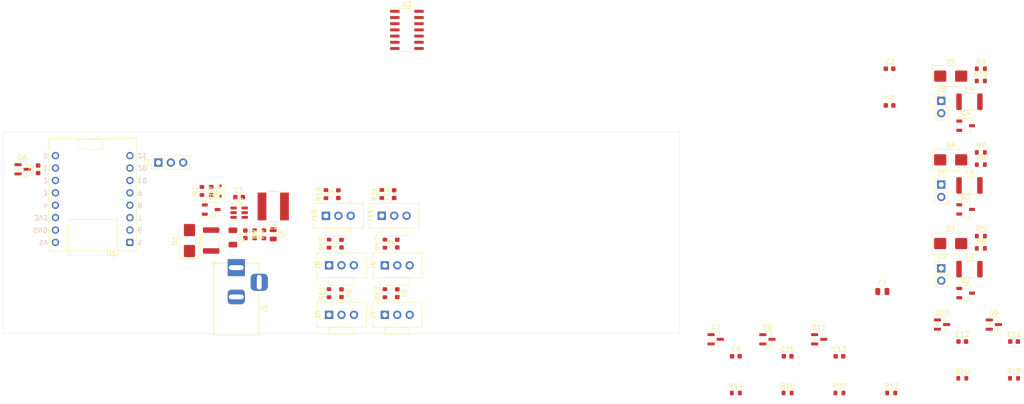
<source format=kicad_pcb>
(kicad_pcb (version 20241229) (generator "pcbnew") (generator_version "9.0")
  (layers (0 "F.Cu" signal) (2 "B.Cu" signal) (13 "F.Paste" user) (15 "B.Paste" user) (5 "F.SilkS" user "F.Silkscreen") (7 "B.SilkS" user "B.Silkscreen") (1 "F.Mask" user) (3 "B.Mask" user) (25 "Edge.Cuts" user))
  (net 0 "")
  (net 1 "GND")
  (net 2 "+3.3V")
  (net 3 "Net-(D2-K)")
  (net 4 "Net-(U2-BST)")
  (net 5 "Net-(U2-SW)")
  (net 6 "/PIR1")
  (net 7 "/PIR2")
  (net 8 "/PIR3")
  (net 9 "/PIR4")
  (net 10 "/PIR5")
  (net 11 "/PIR6")
  (net 12 "Net-(D1-A2)")
  (net 13 "Net-(D2-A)")
  (net 14 "Net-(D3-A2)")
  (net 15 "Net-(D4-A2)")
  (net 16 "Net-(D5-A2)")
  (net 17 "+24V")
  (net 18 "Net-(J3-Pin_1)")
  (net 19 "Net-(J4-Pin_1)")
  (net 20 "Net-(J5-Pin_1)")
  (net 21 "Net-(J6-Pin_2)")
  (net 22 "Net-(J7-Pin_2)")
  (net 23 "Net-(J8-Pin_2)")
  (net 24 "Net-(J9-Pin_2)")
  (net 25 "Net-(J10-Pin_2)")
  (net 26 "Net-(J11-Pin_2)")
  (net 28 "/RXD")
  (net 29 "/TXD")
  (net 30 "Net-(J6-Pin_1)")
  (net 31 "Net-(J7-Pin_1)")
  (net 32 "Net-(J8-Pin_1)")
  (net 33 "Net-(J9-Pin_1)")
  (net 34 "Net-(J10-Pin_1)")
  (net 35 "Net-(J11-Pin_1)")
  (net 36 "Net-(Q1-G)")
  (net 37 "Net-(Q2-G)")
  (net 38 "Net-(Q3-G)")
  (net 39 "Net-(Q4-G)")
  (net 40 "Net-(U2-FB)")
  (net 41 "Net-(R5-Pad1)")
  (net 42 "Net-(R7-Pad1)")
  (net 43 "Net-(R9-Pad1)")
  (net 44 "/LED3")
  (net 45 "/LEDEN")
  (net 48 "/LED2")
  (net 49 "/LED1")
  (footprint "Capacitor_SMD:C_0603_1608Metric" (layer "F.Cu") (at 191.684 111.99)
    (property "Reference" "C10" (at 0 -1.43 0) (layer "F.SilkS"))
    (property "Value" "47nF")
    (pad "1" smd roundrect (at -0.775 0) (size 0.9 0.95) (layers "F.Cu" "F.Mask" "F.Paste") (net 8 "/PIR3"))
    (pad "2" smd roundrect (at 0.775 0) (size 0.9 0.95) (layers "F.Cu" "F.Mask" "F.Paste") (net 1 "GND"))
  )
  (footprint "Resistor_SMD:R_0603_1608Metric" (layer "F.Cu") (at 84.455 86.995 90)
    (property "Reference" "R3" (at 0 -1.43 90) (layer "F.SilkS"))
    (property "Value" "100kΩ")
    (pad "1" smd roundrect (at -0.825 0 90) (size 0.8 0.95) (layers "F.Cu" "F.Mask" "F.Paste") (net 2 "+3.3V"))
    (pad "2" smd roundrect (at 0.825 0 90) (size 0.8 0.95) (layers "F.Cu" "F.Mask" "F.Paste") (net 40 "Net-(U2-FB)"))
  )
  (footprint "Capacitor_SMD:C_0603_1608Metric" (layer "F.Cu") (at 38.219 73.66 90)
    (property "Reference" "C8" (at 0 -1.43 90) (layer "F.SilkS"))
    (property "Value" "47nF")
    (pad "1" smd roundrect (at -0.775 0 90) (size 0.9 0.95) (layers "F.Cu" "F.Mask" "F.Paste") (net 6 "/PIR1"))
    (pad "2" smd roundrect (at 0.775 0 90) (size 0.9 0.95) (layers "F.Cu" "F.Mask" "F.Paste") (net 1 "GND"))
  )
  (footprint "Package_TO_SOT_SMD:SOT-23" (layer "F.Cu") (at 176.944 108.51)
    (property "Reference" "D7" (at 0 -2.4 0) (layer "F.SilkS"))
    (property "Value" "BAT54SLT1G")
    (pad "1" smd roundrect (at -0.9375 -0.95) (size 1.475 0.6) (layers "F.Cu" "F.Mask" "F.Paste") (net 1 "GND"))
    (pad "2" smd roundrect (at -0.9375 0.95) (size 1.475 0.6) (layers "F.Cu" "F.Mask" "F.Paste") (net 2 "+3.3V"))
    (pad "3" smd roundrect (at 0.9375 0) (size 1.475 0.6) (layers "F.Cu" "F.Mask" "F.Paste") (net 7 "/PIR2"))
  )
  (footprint "Package_TO_SOT_SMD:SOT-23-6" (layer "F.Cu") (at 79.375 82.55)
    (property "Reference" "U2" (at 0 -2.4 0) (layer "F.SilkS"))
    (property "Value" "LMR51606YFDBVR")
    (pad "1" smd roundrect (at -1.1375 -0.95) (size 1.325 0.6) (layers "F.Cu" "F.Mask" "F.Paste") (net 4 "Net-(U2-BST)"))
    (pad "2" smd roundrect (at -1.1375 0) (size 1.325 0.6) (layers "F.Cu" "F.Mask" "F.Paste") (net 1 "GND"))
    (pad "3" smd roundrect (at -1.1375 0.95) (size 1.325 0.6) (layers "F.Cu" "F.Mask" "F.Paste") (net 40 "Net-(U2-FB)"))
    (pad "4" smd roundrect (at 1.1375 0.95) (size 1.325 0.6) (layers "F.Cu" "F.Mask" "F.Paste") (net 3 "Net-(D2-K)"))
    (pad "5" smd roundrect (at 1.1375 0) (size 1.325 0.6) (layers "F.Cu" "F.Mask" "F.Paste") (net 3 "Net-(D2-K)"))
    (pad "6" smd roundrect (at 1.1375 -0.95) (size 1.325 0.6) (layers "F.Cu" "F.Mask" "F.Paste") (net 5 "Net-(U2-SW)"))
  )
  (footprint "Fuse:Fuse_0603_1608Metric" (layer "F.Cu") (at 100.33 99.06 -90)
    (property "Reference" "F5" (at 0 -1.43 90) (layer "F.SilkS"))
    (property "Value" "0603L010YR")
    (pad "1" smd roundrect (at -0.7875 0 270) (size 0.875 0.95) (layers "F.Cu" "F.Mask" "F.Paste") (net 2 "+3.3V"))
    (pad "2" smd roundrect (at 0.7875 0 270) (size 0.875 0.95) (layers "F.Cu" "F.Mask" "F.Paste") (net 21 "Net-(J6-Pin_2)"))
  )
  (footprint "Capacitor_SMD:C_0603_1608Metric" (layer "F.Cu") (at 80.645 86.995 -90)
    (property "Reference" "C3" (at 0 -1.43 90) (layer "F.SilkS"))
    (property "Value" "100nF")
    (pad "1" smd roundrect (at -0.775 0 270) (size 0.9 0.95) (layers "F.Cu" "F.Mask" "F.Paste") (net 3 "Net-(D2-K)"))
    (pad "2" smd roundrect (at 0.775 0 270) (size 0.9 0.95) (layers "F.Cu" "F.Mask" "F.Paste") (net 1 "GND"))
  )
  (footprint "Capacitor_SMD:C_0603_1608Metric" (layer "F.Cu") (at 238.034 108.97)
    (property "Reference" "C11" (at 0 -1.43 0) (layer "F.SilkS"))
    (property "Value" "47nF")
    (pad "1" smd roundrect (at -0.775 0) (size 0.9 0.95) (layers "F.Cu" "F.Mask" "F.Paste") (net 9 "/PIR4"))
    (pad "2" smd roundrect (at 0.775 0) (size 0.9 0.95) (layers "F.Cu" "F.Mask" "F.Paste") (net 1 "GND"))
  )
  (footprint "Diode_SMD:D_SMB" (layer "F.Cu") (at 225.059 54.56)
    (property "Reference" "D5" (at 0 -3 0) (layer "F.SilkS"))
    (property "Value" "SMBJ26CA")
    (pad "1" smd roundrect (at -2.15 0) (size 2.5 2.3) (layers "F.Cu" "F.Mask" "F.Paste") (roundrect_rratio 0.1086956522) (net 1 "GND"))
    (pad "2" smd roundrect (at 2.15 0) (size 2.5 2.3) (layers "F.Cu" "F.Mask" "F.Paste") (roundrect_rratio 0.1086956522) (net 16 "Net-(D5-A2)"))
  )
  (footprint "Package_TO_SOT_SMD:SOT-23" (layer "F.Cu") (at 35.044 73.66)
    (property "Reference" "D6" (at 0 -2.4 0) (layer "F.SilkS"))
    (property "Value" "BAT54SLT1G")
    (pad "1" smd roundrect (at -0.9375 -0.95) (size 1.475 0.6) (layers "F.Cu" "F.Mask" "F.Paste") (net 1 "GND"))
    (pad "2" smd roundrect (at -0.9375 0.95) (size 1.475 0.6) (layers "F.Cu" "F.Mask" "F.Paste") (net 2 "+3.3V"))
    (pad "3" smd roundrect (at 0.9375 0) (size 1.475 0.6) (layers "F.Cu" "F.Mask" "F.Paste") (net 6 "/PIR1"))
  )
  (footprint "Package_SO:SOIC-14_3.9x8.7mm_P1.27mm" (layer "F.Cu") (at 113.73 45.085)
    (property "Reference" "U3" (at 0 -5.28 0) (layer "F.SilkS"))
    (property "Value" "SN74LVC08ADR")
    (pad "1" smd roundrect (at -2.475 -3.81) (size 1.95 0.6) (layers "F.Cu" "F.Mask" "F.Paste") (net 45 "/LEDEN"))
    (pad "2" smd roundrect (at -2.475 -2.54) (size 1.95 0.6) (layers "F.Cu" "F.Mask" "F.Paste") (net 49 "/LED1"))
    (pad "3" smd roundrect (at -2.475 -1.27) (size 1.95 0.6) (layers "F.Cu" "F.Mask" "F.Paste") (net 41 "Net-(R5-Pad1)"))
    (pad "4" smd roundrect (at -2.475 0) (size 1.95 0.6) (layers "F.Cu" "F.Mask" "F.Paste") (net 45 "/LEDEN"))
    (pad "5" smd roundrect (at -2.475 1.27) (size 1.95 0.6) (layers "F.Cu" "F.Mask" "F.Paste") (net 48 "/LED2"))
    (pad "6" smd roundrect (at -2.475 2.54) (size 1.95 0.6) (layers "F.Cu" "F.Mask" "F.Paste") (net 42 "Net-(R7-Pad1)"))
    (pad "7" smd roundrect (at -2.475 3.81) (size 1.95 0.6) (layers "F.Cu" "F.Mask" "F.Paste") (net 1 "GND"))
    (pad "8" smd roundrect (at 2.475 3.81) (size 1.95 0.6) (layers "F.Cu" "F.Mask" "F.Paste") (net 43 "Net-(R9-Pad1)"))
    (pad "9" smd roundrect (at 2.475 2.54) (size 1.95 0.6) (layers "F.Cu" "F.Mask" "F.Paste") (net 45 "/LEDEN"))
    (pad "10" smd roundrect (at 2.475 1.27) (size 1.95 0.6) (layers "F.Cu" "F.Mask" "F.Paste") (net 44 "/LED3"))
    (pad "11" smd roundrect (at 2.475 0) (size 1.95 0.6) (layers "F.Cu" "F.Mask" "F.Paste"))
    (pad "12" smd roundrect (at 2.475 -1.27) (size 1.95 0.6) (layers "F.Cu" "F.Mask" "F.Paste") (net 1 "GND"))
    (pad "13" smd roundrect (at 2.475 -2.54) (size 1.95 0.6) (layers "F.Cu" "F.Mask" "F.Paste") (net 1 "GND"))
    (pad "14" smd roundrect (at 2.475 -3.81) (size 1.95 0.6) (layers "F.Cu" "F.Mask" "F.Paste") (net 2 "+3.3V"))
  )
  (footprint "Package_TO_SOT_SMD:TSOT-23" (layer "F.Cu") (at 73.66 81.915)
    (property "Reference" "Q1" (at 0 -2.6 0) (layer "F.SilkS"))
    (property "Value" "AO3401A")
    (pad "1" smd roundrect (at -1.31 -0.95) (size 1.22 0.65) (layers "F.Cu" "F.Mask" "F.Paste") (net 36 "Net-(Q1-G)"))
    (pad "2" smd roundrect (at -1.31 0.95) (size 1.22 0.65) (layers "F.Cu" "F.Mask" "F.Paste") (net 3 "Net-(D2-K)"))
    (pad "3" smd roundrect (at 1.31 0) (size 1.22 0.65) (layers "F.Cu" "F.Mask" "F.Paste") (net 12 "Net-(D1-A2)"))
  )
  (footprint "Package_TO_SOT_SMD:TSOT-23" (layer "F.Cu") (at 228.124 81.885)
    (property "Reference" "Q3" (at 0 -2.6 0) (layer "F.SilkS"))
    (property "Value" "AO3400A")
    (pad "1" smd roundrect (at -1.31 -0.95) (size 1.22 0.65) (layers "F.Cu" "F.Mask" "F.Paste") (net 38 "Net-(Q3-G)"))
    (pad "2" smd roundrect (at -1.31 0.95) (size 1.22 0.65) (layers "F.Cu" "F.Mask" "F.Paste") (net 1 "GND"))
    (pad "3" smd roundrect (at 1.31 0) (size 1.22 0.65) (layers "F.Cu" "F.Mask" "F.Paste") (net 15 "Net-(D4-A2)"))
  )
  (footprint "Resistor_SMD:R_0603_1608Metric" (layer "F.Cu") (at 238.034 116.5)
    (property "Reference" "R18" (at 0 -1.43 0) (layer "F.SilkS"))
    (property "Value" "47kΩ")
    (pad "1" smd roundrect (at -0.825 0) (size 0.8 0.95) (layers "F.Cu" "F.Mask" "F.Paste") (net 33 "Net-(J9-Pin_1)"))
    (pad "2" smd roundrect (at 0.825 0) (size 0.8 0.95) (layers "F.Cu" "F.Mask" "F.Paste") (net 9 "/PIR4"))
  )
  (footprint "Package_TO_SOT_SMD:SOT-23" (layer "F.Cu") (at 198.144 108.51)
    (property "Reference" "D11" (at 0 -2.4 0) (layer "F.SilkS"))
    (property "Value" "BAT54SLT1G")
    (pad "1" smd roundrect (at -0.9375 -0.95) (size 1.475 0.6) (layers "F.Cu" "F.Mask" "F.Paste") (net 1 "GND"))
    (pad "2" smd roundrect (at -0.9375 0.95) (size 1.475 0.6) (layers "F.Cu" "F.Mask" "F.Paste") (net 2 "+3.3V"))
    (pad "3" smd roundrect (at 0.9375 0) (size 1.475 0.6) (layers "F.Cu" "F.Mask" "F.Paste") (net 11 "/PIR6"))
  )
  (footprint "Fuse:Fuse_0603_1608Metric" (layer "F.Cu") (at 99.695 78.7525 90)
    (property "Reference" "F9" (at 0 -1.43 90) (layer "F.SilkS"))
    (property "Value" "0603L010YR")
    (pad "1" smd roundrect (at -0.7875 0 90) (size 0.875 0.95) (layers "F.Cu" "F.Mask" "F.Paste") (net 2 "+3.3V"))
    (pad "2" smd roundrect (at 0.7875 0 90) (size 0.875 0.95) (layers "F.Cu" "F.Mask" "F.Paste") (net 25 "Net-(J10-Pin_2)"))
  )
  (footprint "Resistor_SMD:R_0603_1608Metric" (layer "F.Cu") (at 231.234 70.2)
    (property "Reference" "R7" (at 0 -1.43 0) (layer "F.SilkS"))
    (property "Value" "100Ω")
    (pad "1" smd roundrect (at -0.825 0) (size 0.8 0.95) (layers "F.Cu" "F.Mask" "F.Paste") (net 42 "Net-(R7-Pad1)"))
    (pad "2" smd roundrect (at 0.825 0) (size 0.8 0.95) (layers "F.Cu" "F.Mask" "F.Paste") (net 38 "Net-(Q3-G)"))
  )
  (footprint "Resistor_SMD:R_0603_1608Metric" (layer "F.Cu") (at 97.79 99.06 90)
    (property "Reference" "R11" (at 0 -1.43 90) (layer "F.SilkS"))
    (property "Value" "100kΩ")
    (pad "1" smd roundrect (at -0.825 0 90) (size 0.8 0.95) (layers "F.Cu" "F.Mask" "F.Paste") (net 30 "Net-(J6-Pin_1)"))
    (pad "2" smd roundrect (at 0.825 0 90) (size 0.8 0.95) (layers "F.Cu" "F.Mask" "F.Paste") (net 1 "GND"))
  )
  (footprint "Resistor_SMD:R_0603_1608Metric" (layer "F.Cu") (at 231.234 87.36)
    (property "Reference" "R5" (at 0 -1.43 0) (layer "F.SilkS"))
    (property "Value" "100Ω")
    (pad "1" smd roundrect (at -0.825 0) (size 0.8 0.95) (layers "F.Cu" "F.Mask" "F.Paste") (net 41 "Net-(R5-Pad1)"))
    (pad "2" smd roundrect (at 0.825 0) (size 0.8 0.95) (layers "F.Cu" "F.Mask" "F.Paste") (net 37 "Net-(Q2-G)"))
  )
  (footprint "Capacitor_SMD:C_0805_2012Metric" (layer "F.Cu") (at 86.36 86.995 -90)
    (property "Reference" "C6" (at 0 -1.68 90) (layer "F.SilkS"))
    (property "Value" "22uF")
    (pad "1" smd roundrect (at -0.95 0 270) (size 1 1.45) (layers "F.Cu" "F.Mask" "F.Paste") (net 2 "+3.3V"))
    (pad "2" smd roundrect (at 0.95 0 270) (size 1 1.45) (layers "F.Cu" "F.Mask" "F.Paste") (net 1 "GND"))
  )
  (footprint "!Connectors:molex_705430002" (layer "F.Cu") (at 109.22 103.4925 90)
    (property "Reference" "J7" (at 0 -2.38 90) (layer "F.SilkS"))
    (property "Value" "0705430002")
    (pad "1" thru_hole rect (at 0 0 90) (size 1.7 1.7) (drill 1) (layers "*.Cu" "*.Mask") (net 31 "Net-(J7-Pin_1)"))
    (pad "2" thru_hole circle (at 0 2.54 90) (size 1.7 1.7) (drill 1) (layers "*.Cu" "*.Mask") (net 22 "Net-(J7-Pin_2)"))
    (pad "3" thru_hole circle (at 0 5.08 90) (size 1.7 1.7) (drill 1) (layers "*.Cu" "*.Mask") (net 1 "GND"))
  )
  (footprint "Resistor_SMD:R_0603_1608Metric" (layer "F.Cu") (at 82.55 86.995 -90)
    (property "Reference" "R4" (at 0 -1.43 90) (layer "F.SilkS"))
    (property "Value" "33kΩ")
    (pad "1" smd roundrect (at -0.825 0 270) (size 0.8 0.95) (layers "F.Cu" "F.Mask" "F.Paste") (net 40 "Net-(U2-FB)"))
    (pad "2" smd roundrect (at 0.825 0 270) (size 0.8 0.95) (layers "F.Cu" "F.Mask" "F.Paste") (net 1 "GND"))
  )
  (footprint "Capacitor_SMD:C_1206_3216Metric" (layer "F.Cu") (at 78.105 87.63 -90)
    (property "Reference" "C4" (at 0 -1.85 90) (layer "F.SilkS"))
    (property "Value" "4.7uF")
    (pad "1" smd roundrect (at -1.475 0 270) (size 1.15 1.8) (layers "F.Cu" "F.Mask" "F.Paste") (roundrect_rratio 0.217391) (net 3 "Net-(D2-K)"))
    (pad "2" smd roundrect (at 1.475 0 270) (size 1.15 1.8) (layers "F.Cu" "F.Mask" "F.Paste") (roundrect_rratio 0.217391) (net 1 "GND"))
  )
  (footprint "Package_TO_SOT_SMD:SOT-23" (layer "F.Cu") (at 223.294 105.49)
    (property "Reference" "D10" (at 0 -2.4 0) (layer "F.SilkS"))
    (property "Value" "BAT54SLT1G")
    (pad "1" smd roundrect (at -0.9375 -0.95) (size 1.475 0.6) (layers "F.Cu" "F.Mask" "F.Paste") (net 1 "GND"))
    (pad "2" smd roundrect (at -0.9375 0.95) (size 1.475 0.6) (layers "F.Cu" "F.Mask" "F.Paste") (net 2 "+3.3V"))
    (pad "3" smd roundrect (at 0.9375 0) (size 1.475 0.6) (layers "F.Cu" "F.Mask" "F.Paste") (net 10 "/PIR5"))
  )
  (footprint "Capacitor_SMD:C_0805_2012Metric" (layer "F.Cu") (at 211.074 98.71)
    (property "Reference" "C1" (at 0 -1.68 0) (layer "F.SilkS"))
    (property "Value" "10uF")
    (pad "1" smd roundrect (at -0.95 0) (size 1 1.45) (layers "F.Cu" "F.Mask" "F.Paste") (net 2 "+3.3V"))
    (pad "2" smd roundrect (at 0.95 0) (size 1 1.45) (layers "F.Cu" "F.Mask" "F.Paste") (net 1 "GND"))
  )
  (footprint "Resistor_SMD:R_0603_1608Metric" (layer "F.Cu") (at 73.66 78.105 -90)
    (property "Reference" "R2" (at 0 -1.43 90) (layer "F.SilkS"))
    (property "Value" "10kΩ")
    (pad "1" smd roundrect (at -0.825 0 270) (size 0.8 0.95) (layers "F.Cu" "F.Mask" "F.Paste") (net 13 "Net-(D2-A)"))
    (pad "2" smd roundrect (at 0.825 0 270) (size 0.8 0.95) (layers "F.Cu" "F.Mask" "F.Paste") (net 1 "GND"))
  )
  (footprint "Fuse:Fuse_0603_1608Metric" (layer "F.Cu") (at 111.76 88.9 90)
    (property "Reference" "F8" (at 0 -1.43 90) (layer "F.SilkS"))
    (property "Value" "0603L010YR")
    (pad "1" smd roundrect (at -0.7875 0 90) (size 0.875 0.95) (layers "F.Cu" "F.Mask" "F.Paste") (net 2 "+3.3V"))
    (pad "2" smd roundrect (at 0.7875 0 90) (size 0.875 0.95) (layers "F.Cu" "F.Mask" "F.Paste") (net 24 "Net-(J9-Pin_2)"))
  )
  (footprint "!Connectors:molex_705430002" (layer "F.Cu") (at 97.79 93.3325 90)
    (property "Reference" "J8" (at 0 -2.38 90) (layer "F.SilkS"))
    (property "Value" "0705430002")
    (pad "1" thru_hole rect (at 0 0 90) (size 1.7 1.7) (drill 1) (layers "*.Cu" "*.Mask") (net 32 "Net-(J8-Pin_1)"))
    (pad "2" thru_hole circle (at 0 2.54 90) (size 1.7 1.7) (drill 1) (layers "*.Cu" "*.Mask") (net 23 "Net-(J8-Pin_2)"))
    (pad "3" thru_hole circle (at 0 5.08 90) (size 1.7 1.7) (drill 1) (layers "*.Cu" "*.Mask") (net 1 "GND"))
  )
  (footprint "Resistor_SMD:R_0603_1608Metric" (layer "F.Cu") (at 227.434 116.5)
    (property "Reference" "R20" (at 0 -1.43 0) (layer "F.SilkS"))
    (property "Value" "47kΩ")
    (pad "1" smd roundrect (at -0.825 0) (size 0.8 0.95) (layers "F.Cu" "F.Mask" "F.Paste") (net 34 "Net-(J10-Pin_1)"))
    (pad "2" smd roundrect (at 0.825 0) (size 0.8 0.95) (layers "F.Cu" "F.Mask" "F.Paste") (net 10 "/PIR5"))
  )
  (footprint "Resistor_SMD:R_0603_1608Metric" (layer "F.Cu") (at 231.234 55.55)
    (property "Reference" "R10" (at 0 -1.43 0) (layer "F.SilkS"))
    (property "Value" "47kΩ")
    (pad "1" smd roundrect (at -0.825 0) (size 0.8 0.95) (layers "F.Cu" "F.Mask" "F.Paste") (net 39 "Net-(Q4-G)"))
    (pad "2" smd roundrect (at 0.825 0) (size 0.8 0.95) (layers "F.Cu" "F.Mask" "F.Paste") (net 1 "GND"))
  )
  (footprint "Fuse:Fuse_0603_1608Metric" (layer "F.Cu") (at 100.33 88.9 90)
    (property "Reference" "F7" (at 0 -1.43 90) (layer "F.SilkS"))
    (property "Value" "0603L010YR")
    (pad "1" smd roundrect (at -0.7875 0 90) (size 0.875 0.95) (layers "F.Cu" "F.Mask" "F.Paste") (net 2 "+3.3V"))
    (pad "2" smd roundrect (at 0.7875 0 90) (size 0.875 0.95) (layers "F.Cu" "F.Mask" "F.Paste") (net 23 "Net-(J8-Pin_2)"))
  )
  (footprint "Capacitor_SMD:C_0603_1608Metric" (layer "F.Cu") (at 212.544 53.04)
    (property "Reference" "C2" (at 0 -1.43 0) (layer "F.SilkS"))
    (property "Value" "100nF")
    (pad "1" smd roundrect (at -0.775 0) (size 0.9 0.95) (layers "F.Cu" "F.Mask" "F.Paste") (net 2 "+3.3V"))
    (pad "2" smd roundrect (at 0.775 0) (size 0.9 0.95) (layers "F.Cu" "F.Mask" "F.Paste") (net 1 "GND"))
  )
  (footprint "!Connectors:molex_705430002" (layer "F.Cu") (at 97.155 83.1975 90)
    (property "Reference" "J10" (at 0 -2.38 90) (layer "F.SilkS"))
    (property "Value" "0705430002")
    (pad "1" thru_hole rect (at 0 0 90) (size 1.7 1.7) (drill 1) (layers "*.Cu" "*.Mask") (net 34 "Net-(J10-Pin_1)"))
    (pad "2" thru_hole circle (at 0 2.54 90) (size 1.7 1.7) (drill 1) (layers "*.Cu" "*.Mask") (net 25 "Net-(J10-Pin_2)"))
    (pad "3" thru_hole circle (at 0 5.08 90) (size 1.7 1.7) (drill 1) (layers "*.Cu" "*.Mask") (net 1 "GND"))
  )
  (footprint "Resistor_SMD:R_0603_1608Metric" (layer "F.Cu") (at 231.234 89.87)
    (property "Reference" "R6" (at 0 -1.43 0) (layer "F.SilkS"))
    (property "Value" "47kΩ")
    (pad "1" smd roundrect (at -0.825 0) (size 0.8 0.95) (layers "F.Cu" "F.Mask" "F.Paste") (net 37 "Net-(Q2-G)"))
    (pad "2" smd roundrect (at 0.825 0) (size 0.8 0.95) (layers "F.Cu" "F.Mask" "F.Paste") (net 1 "GND"))
  )
  (footprint "Package_TO_SOT_SMD:TSOT-23" (layer "F.Cu") (at 228.124 99.045)
    (property "Reference" "Q2" (at 0 -2.6 0) (layer "F.SilkS"))
    (property "Value" "AO3400A")
    (pad "1" smd roundrect (at -1.31 -0.95) (size 1.22 0.65) (layers "F.Cu" "F.Mask" "F.Paste") (net 37 "Net-(Q2-G)"))
    (pad "2" smd roundrect (at -1.31 0.95) (size 1.22 0.65) (layers "F.Cu" "F.Mask" "F.Paste") (net 1 "GND"))
    (pad "3" smd roundrect (at 1.31 0) (size 1.22 0.65) (layers "F.Cu" "F.Mask" "F.Paste") (net 14 "Net-(D3-A2)"))
  )
  (footprint "Resistor_SMD:R_0603_1608Metric" (layer "F.Cu") (at 202.284 119.52)
    (property "Reference" "R22" (at 0 -1.43 0) (layer "F.SilkS"))
    (property "Value" "47kΩ")
    (pad "1" smd roundrect (at -0.825 0) (size 0.8 0.95) (layers "F.Cu" "F.Mask" "F.Paste") (net 35 "Net-(J11-Pin_1)"))
    (pad "2" smd roundrect (at 0.825 0) (size 0.8 0.95) (layers "F.Cu" "F.Mask" "F.Paste") (net 11 "/PIR6"))
  )
  (footprint "Package_TO_SOT_SMD:SOT-23" (layer "F.Cu") (at 187.544 108.51)
    (property "Reference" "D8" (at 0 -2.4 0) (layer "F.SilkS"))
    (property "Value" "BAT54SLT1G")
    (pad "1" smd roundrect (at -0.9375 -0.95) (size 1.475 0.6) (layers "F.Cu" "F.Mask" "F.Paste") (net 1 "GND"))
    (pad "2" smd roundrect (at -0.9375 0.95) (size 1.475 0.6) (layers "F.Cu" "F.Mask" "F.Paste") (net 2 "+3.3V"))
    (pad "3" smd roundrect (at 0.9375 0) (size 1.475 0.6) (layers "F.Cu" "F.Mask" "F.Paste") (net 8 "/PIR3"))
  )
  (footprint "Resistor_SMD:R_0603_1608Metric" (layer "F.Cu") (at 71.755 78.105 90)
    (property "Reference" "R1" (at 0 -1.43 90) (layer "F.SilkS"))
    (property "Value" "100Ω")
    (pad "1" smd roundrect (at -0.825 0 90) (size 0.8 0.95) (layers "F.Cu" "F.Mask" "F.Paste") (net 36 "Net-(Q1-G)"))
    (pad "2" smd roundrect (at 0.825 0 90) (size 0.8 0.95) (layers "F.Cu" "F.Mask" "F.Paste") (net 13 "Net-(D2-A)"))
  )
  (footprint "Resistor_SMD:R_0603_1608Metric" (layer "F.Cu") (at 212.884 119.52)
    (property "Reference" "R12" (at 0 -1.43 0) (layer "F.SilkS"))
    (property "Value" "47kΩ")
    (pad "1" smd roundrect (at -0.825 0) (size 0.8 0.95) (layers "F.Cu" "F.Mask" "F.Paste") (net 30 "Net-(J6-Pin_1)"))
    (pad "2" smd roundrect (at 0.825 0) (size 0.8 0.95) (layers "F.Cu" "F.Mask" "F.Paste") (net 6 "/PIR1"))
  )
  (footprint "Capacitor_SMD:C_0603_1608Metric" (layer "F.Cu") (at 227.434 108.97)
    (property "Reference" "C12" (at 0 -1.43 0) (layer "F.SilkS"))
    (property "Value" "47nF")
    (pad "1" smd roundrect (at -0.775 0) (size 0.9 0.95) (layers "F.Cu" "F.Mask" "F.Paste") (net 10 "/PIR5"))
    (pad "2" smd roundrect (at 0.775 0) (size 0.9 0.95) (layers "F.Cu" "F.Mask" "F.Paste") (net 1 "GND"))
  )
  (footprint "Capacitor_SMD:C_0603_1608Metric" (layer "F.Cu") (at 79.375 79.375)
    (property "Reference" "C5" (at 0 -1.43 0) (layer "F.SilkS"))
    (property "Value" "100nF")
    (pad "1" smd roundrect (at -0.775 0) (size 0.9 0.95) (layers "F.Cu" "F.Mask" "F.Paste") (net 4 "Net-(U2-BST)"))
    (pad "2" smd roundrect (at 0.775 0) (size 0.9 0.95) (layers "F.Cu" "F.Mask" "F.Paste") (net 5 "Net-(U2-SW)"))
  )
  (footprint "Fuse:Fuse_0603_1608Metric" (layer "F.Cu") (at 111.76 99.06 -90)
    (property "Reference" "F6" (at 0 -1.43 90) (layer "F.SilkS"))
    (property "Value" "0603L010YR")
    (pad "1" smd roundrect (at -0.7875 0 270) (size 0.875 0.95) (layers "F.Cu" "F.Mask" "F.Paste") (net 2 "+3.3V"))
    (pad "2" smd roundrect (at 0.7875 0 270) (size 0.875 0.95) (layers "F.Cu" "F.Mask" "F.Paste") (net 22 "Net-(J7-Pin_2)"))
  )
  (footprint "Diode_SMD:D_SMB" (layer "F.Cu") (at 225.059 88.88)
    (property "Reference" "D3" (at 0 -3 0) (layer "F.SilkS"))
    (property "Value" "SMBJ26CA")
    (pad "1" smd roundrect (at -2.15 0) (size 2.5 2.3) (layers "F.Cu" "F.Mask" "F.Paste") (roundrect_rratio 0.1086956522) (net 1 "GND"))
    (pad "2" smd roundrect (at 2.15 0) (size 2.5 2.3) (layers "F.Cu" "F.Mask" "F.Paste") (roundrect_rratio 0.1086956522) (net 14 "Net-(D3-A2)"))
  )
  (footprint "Connector_PinHeader_2.54mm:PinHeader_1x02_P2.54mm_Vertical" (layer "F.Cu") (at 223.134 76.79)
    (property "Reference" "J4" (at 0 -2.38 0) (layer "F.SilkS"))
    (property "Value" "0705430001")
    (pad "1" thru_hole rect (at 0 0) (size 1.7 1.7) (drill 1) (layers "*.Cu" "*.Mask") (net 19 "Net-(J4-Pin_1)"))
    (pad "2" thru_hole circle (at 0 2.54) (size 1.7 1.7) (drill 1) (layers "*.Cu" "*.Mask") (net 15 "Net-(D4-A2)"))
  )
  (footprint "!Connectors:molex_705430002" (layer "F.Cu") (at 108.585 83.185 90)
    (property "Reference" "J11" (at 0 -2.38 90) (layer "F.SilkS"))
    (property "Value" "0705430002")
    (pad "1" thru_hole rect (at 0 0 90) (size 1.7 1.7) (drill 1) (layers "*.Cu" "*.Mask") (net 35 "Net-(J11-Pin_1)"))
    (pad "2" thru_hole circle (at 0 2.54 90) (size 1.7 1.7) (drill 1) (layers "*.Cu" "*.Mask") (net 26 "Net-(J11-Pin_2)"))
    (pad "3" thru_hole circle (at 0 5.08 90) (size 1.7 1.7) (drill 1) (layers "*.Cu" "*.Mask") (net 1 "GND"))
  )
  (footprint "Connector_PinHeader_2.54mm:PinHeader_1x02_P2.54mm_Vertical" (layer "F.Cu") (at 223.134 93.95)
    (property "Reference" "J3" (at 0 -2.38 0) (layer "F.SilkS"))
    (property "Value" "0705430001")
    (pad "1" thru_hole rect (at 0 0) (size 1.7 1.7) (drill 1) (layers "*.Cu" "*.Mask") (net 18 "Net-(J3-Pin_1)"))
    (pad "2" thru_hole circle (at 0 2.54) (size 1.7 1.7) (drill 1) (layers "*.Cu" "*.Mask") (net 14 "Net-(D3-A2)"))
  )
  (footprint "Resistor_SMD:R_0603_1608Metric" (layer "F.Cu") (at 231.234 72.71)
    (property "Reference" "R8" (at 0 -1.43 0) (layer "F.SilkS"))
    (property "Value" "47kΩ")
    (pad "1" smd roundrect (at -0.825 0) (size 0.8 0.95) (layers "F.Cu" "F.Mask" "F.Paste") (net 38 "Net-(Q3-G)"))
    (pad "2" smd roundrect (at 0.825 0) (size 0.8 0.95) (layers "F.Cu" "F.Mask" "F.Paste") (net 1 "GND"))
  )
  (footprint "!Connectors:molex_705430002" (layer "F.Cu") (at 97.79 103.4925 90)
    (property "Reference" "J6" (at 0 -2.38 90) (layer "F.SilkS"))
    (property "Value" "0705430002")
    (pad "1" thru_hole rect (at 0 0 90) (size 1.7 1.7) (drill 1) (layers "*.Cu" "*.Mask") (net 30 "Net-(J6-Pin_1)"))
    (pad "2" thru_hole circle (at 0 2.54 90) (size 1.7 1.7) (drill 1) (layers "*.Cu" "*.Mask") (net 21 "Net-(J6-Pin_2)"))
    (pad "3" thru_hole circle (at 0 5.08 90) (size 1.7 1.7) (drill 1) (layers "*.Cu" "*.Mask") (net 1 "GND"))
  )
  (footprint "Fuse:Fuse_1812_4532Metric" (layer "F.Cu") (at 228.904 94.13)
    (property "Reference" "F2" (at 0 -2.65 0) (layer "F.SilkS"))
    (property "Value" "1812L110/33")
    (pad "1" smd roundrect (at -2.1375 0) (size 1.125 3.4) (layers "F.Cu" "F.Mask" "F.Paste") (roundrect_rratio 0.222222) (net 18 "Net-(J3-Pin_1)"))
    (pad "2" smd roundrect (at 2.1375 0) (size 1.125 3.4) (layers "F.Cu" "F.Mask" "F.Paste") (roundrect_rratio 0.222222) (net 17 "+24V"))
  )
  (footprint "Capacitor_SMD:C_0603_1608Metric" (layer "F.Cu") (at 181.084 111.99)
    (property "Reference" "C9" (at 0 -1.43 0) (layer "F.SilkS"))
    (property "Value" "47nF")
    (pad "1" smd roundrect (at -0.775 0) (size 0.9 0.95) (layers "F.Cu" "F.Mask" "F.Paste") (net 7 "/PIR2"))
    (pad "2" smd roundrect (at 0.775 0) (size 0.9 0.95) (layers "F.Cu" "F.Mask" "F.Paste") (net 1 "GND"))
  )
  (footprint "Connector_BarrelJack:BarrelJack_Horizontal" (layer "F.Cu") (at 78.7985 93.822 90)
    (property "Reference" "J1" (at -8.45 5.75 90) (layer "F.SilkS"))
    (property "Value" "PJ-002AH")
    (pad "1" thru_hole rect (at 0 0 90) (size 3.5 3.5) (drill oval 1 3) (layers "*.Cu" "*.Mask") (net 17 "+24V"))
    (pad "2" thru_hole roundrect (at -6 0 90) (size 3 3.5) (drill oval 1 3) (layers "*.Cu" "*.Mask") (net 1 "GND"))
    (pad "3" thru_hole roundrect (at -3 4.7 90) (size 3.5 3.5) (drill oval 3 1) (layers "*.Cu" "*.Mask"))
  )
  (footprint "Capacitor_SMD:C_0603_1608Metric" (layer "F.Cu") (at 202.284 111.99)
    (property "Reference" "C13" (at 0 -1.43 0) (layer "F.SilkS"))
    (property "Value" "47nF")
    (pad "1" smd roundrect (at -0.775 0) (size 0.9 0.95) (layers "F.Cu" "F.Mask" "F.Paste") (net 11 "/PIR6"))
    (pad "2" smd roundrect (at 0.775 0) (size 0.9 0.95) (layers "F.Cu" "F.Mask" "F.Paste") (net 1 "GND"))
  )
  (footprint "Fuse:Fuse_0603_1608Metric" (layer "F.Cu") (at 111.125 78.7525 90)
    (property "Reference" "F10" (at 0 -1.43 90) (layer "F.SilkS"))
    (property "Value" "0603L010YR")
    (pad "1" smd roundrect (at -0.7875 0 90) (size 0.875 0.95) (layers "F.Cu" "F.Mask" "F.Paste") (net 2 "+3.3V"))
    (pad "2" smd roundrect (at 0.7875 0 90) (size 0.875 0.95) (layers "F.Cu" "F.Mask" "F.Paste") (net 26 "Net-(J11-Pin_2)"))
  )
  (footprint "Diode_SMD:D_SOD-323" (layer "F.Cu") (at 75.565 78.105 90)
    (property "Reference" "D2" (at 0 -1.85 90) (layer "F.SilkS"))
    (property "Value" "BZT52C10S")
    (pad "1" smd roundrect (at -1.05 0 90) (size 0.6 0.45) (layers "F.Cu" "F.Mask" "F.Paste") (net 3 "Net-(D2-K)"))
    (pad "2" smd roundrect (at 1.05 0 90) (size 0.6 0.45) (layers "F.Cu" "F.Mask" "F.Paste") (net 13 "Net-(D2-A)"))
  )
  (footprint "!Inductors:WE-LQS_6045" (layer "F.Cu") (at 86.36 81.28 180)
    (property "Reference" "L1" (at 0 -4.135 0) (layer "F.SilkS"))
    (property "Value" "74404064180")
    (pad "1" smd rect (at 2.3 0 180) (size 1.8 5.7) (layers "F.Cu" "F.Mask" "F.Paste") (net 5 "Net-(U2-SW)"))
    (pad "2" smd rect (at -2.3 0 180) (size 1.8 5.7) (layers "F.Cu" "F.Mask" "F.Paste") (net 2 "+3.3V"))
  )
  (footprint "Resistor_SMD:R_0603_1608Metric" (layer "F.Cu") (at 108.585 78.7225 90)
    (property "Reference" "R21" (at 0 -1.43 90) (layer "F.SilkS"))
    (property "Value" "100kΩ")
    (pad "1" smd roundrect (at -0.825 0 90) (size 0.8 0.95) (layers "F.Cu" "F.Mask" "F.Paste") (net 35 "Net-(J11-Pin_1)"))
    (pad "2" smd roundrect (at 0.825 0 90) (size 0.8 0.95) (layers "F.Cu" "F.Mask" "F.Paste") (net 1 "GND"))
  )
  (footprint "Resistor_SMD:R_0603_1608Metric" (layer "F.Cu") (at 181.084 119.52)
    (property "Reference" "R14" (at 0 -1.43 0) (layer "F.SilkS"))
    (property "Value" "47kΩ")
    (pad "1" smd roundrect (at -0.825 0) (size 0.8 0.95) (layers "F.Cu" "F.Mask" "F.Paste") (net 31 "Net-(J7-Pin_1)"))
    (pad "2" smd roundrect (at 0.825 0) (size 0.8 0.95) (layers "F.Cu" "F.Mask" "F.Paste") (net 7 "/PIR2"))
  )
  (footprint "Connector_PinHeader_2.54mm:PinHeader_1x03_P2.54mm_Vertical" (layer "F.Cu") (at 62.849001 72.281 90)
    (property "Reference" "J2" (at 0 -2.38 90) (layer "F.SilkS"))
    (property "Value" "0705430002")
    (pad "1" thru_hole rect (at 0 0 90) (size 1.7 1.7) (drill 1) (layers "*.Cu" "*.Mask") (net 28 "/RXD"))
    (pad "2" thru_hole circle (at 0 2.54 90) (size 1.7 1.7) (drill 1) (layers "*.Cu" "*.Mask") (net 29 "/TXD"))
    (pad "3" thru_hole circle (at 0 5.08 90) (size 1.7 1.7) (drill 1) (layers "*.Cu" "*.Mask") (net 1 "GND"))
  )
  (footprint "Resistor_SMD:R_0603_1608Metric" (layer "F.Cu") (at 109.22 88.9 90)
    (property "Reference" "R17" (at 0 -1.43 90) (layer "F.SilkS"))
    (property "Value" "100kΩ")
    (pad "1" smd roundrect (at -0.825 0 90) (size 0.8 0.95) (layers "F.Cu" "F.Mask" "F.Paste") (net 33 "Net-(J9-Pin_1)"))
    (pad "2" smd roundrect (at 0.825 0 90) (size 0.8 0.95) (layers "F.Cu" "F.Mask" "F.Paste") (net 1 "GND"))
  )
  (footprint "Diode_SMD:D_SMB" (layer "F.Cu") (at 225.059 71.72)
    (property "Reference" "D4" (at 0 -3 0) (layer "F.SilkS"))
    (property "Value" "SMBJ26CA")
    (pad "1" smd roundrect (at -2.15 0) (size 2.5 2.3) (layers "F.Cu" "F.Mask" "F.Paste") (roundrect_rratio 0.1086956522) (net 1 "GND"))
    (pad "2" smd roundrect (at 2.15 0) (size 2.5 2.3) (layers "F.Cu" "F.Mask" "F.Paste") (roundrect_rratio 0.1086956522) (net 15 "Net-(D4-A2)"))
  )
  (footprint "Resistor_SMD:R_0603_1608Metric" (layer "F.Cu") (at 109.22 99.06 90)
    (property "Reference" "R13" (at 0 -1.43 90) (layer "F.SilkS"))
    (property "Value" "100kΩ")
    (pad "1" smd roundrect (at -0.825 0 90) (size 0.8 0.95) (layers "F.Cu" "F.Mask" "F.Paste") (net 31 "Net-(J7-Pin_1)"))
    (pad "2" smd roundrect (at 0.825 0 90) (size 0.8 0.95) (layers "F.Cu" "F.Mask" "F.Paste") (net 1 "GND"))
  )
  (footprint "Resistor_SMD:R_0603_1608Metric" (layer "F.Cu") (at 191.684 119.52)
    (property "Reference" "R16" (at 0 -1.43 0) (layer "F.SilkS"))
    (property "Value" "47kΩ")
    (pad "1" smd roundrect (at -0.825 0) (size 0.8 0.95) (layers "F.Cu" "F.Mask" "F.Paste") (net 32 "Net-(J8-Pin_1)"))
    (pad "2" smd roundrect (at 0.825 0) (size 0.8 0.95) (layers "F.Cu" "F.Mask" "F.Paste") (net 8 "/PIR3"))
  )
  (footprint "!Connectors:molex_705430002" (layer "F.Cu") (at 109.22 93.345 90)
    (property "Reference" "J9" (at 0 -2.38 90) (layer "F.SilkS"))
    (property "Value" "0705430002")
    (pad "1" thru_hole rect (at 0 0 90) (size 1.7 1.7) (drill 1) (layers "*.Cu" "*.Mask") (net 33 "Net-(J9-Pin_1)"))
    (pad "2" thru_hole circle (at 0 2.54 90) (size 1.7 1.7) (drill 1) (layers "*.Cu" "*.Mask") (net 24 "Net-(J9-Pin_2)"))
    (pad "3" thru_hole circle (at 0 5.08 90) (size 1.7 1.7) (drill 1) (layers "*.Cu" "*.Mask") (net 1 "GND"))
  )
  (footprint "Resistor_SMD:R_0603_1608Metric" (layer "F.Cu") (at 97.79 88.9 90)
    (property "Reference" "R15" (at 0 -1.43 90) (layer "F.SilkS"))
    (property "Value" "100kΩ")
    (pad "1" smd roundrect (at -0.825 0 90) (size 0.8 0.95) (layers "F.Cu" "F.Mask" "F.Paste") (net 32 "Net-(J8-Pin_1)"))
    (pad "2" smd roundrect (at 0.825 0 90) (size 0.8 0.95) (layers "F.Cu" "F.Mask" "F.Paste") (net 1 "GND"))
  )
  (footprint "!RF_Modules:ESP32-C3-SUPER_MIN" (layer "F.Cu") (at 57.015 88.646 180)
    (property "Reference" "U1" (at 3.81 -2.33 0) (layer "F.SilkS"))
    (property "Value" "ESP32-C3 Super Mini")
    (fp_text user "1" (at 16.74 15.24 180) (layer "B.SilkS") (effects (font (thickness 0.1)) (justify right mirror)))
    (fp_text user "6" (at -1.5 2.54 180) (layer "B.SilkS") (effects (font (thickness 0.1)) (justify left mirror)))
    (fp_text user "10" (at -1.5 12.7 180) (layer "B.SilkS") (effects (font (thickness 0.1)) (justify left mirror)))
    (fp_text user "9" (at -1.5 10.16 180) (layer "B.SilkS") (effects (font (thickness 0.1)) (justify left mirror)))
    (fp_text user "GND" (at 16.74 2.54 180) (layer "B.SilkS") (effects (font (thickness 0.1)) (justify right mirror)))
    (fp_text user "0" (at 16.74 17.78 180) (layer "B.SilkS") (effects (font (thickness 0.1)) (justify right mirror)))
    (fp_text user "7" (at -1.5 5.08 180) (layer "B.SilkS") (effects (font (thickness 0.1)) (justify left mirror)))
    (fp_text user "3V3" (at 16.74 5.08 180) (layer "B.SilkS") (effects (font (thickness 0.1)) (justify right mirror)))
    (fp_text user "2" (at 16.74 12.7 180) (layer "B.SilkS") (effects (font (thickness 0.1)) (justify right mirror)))
    (fp_text user "5V" (at 16.74 0 180) (layer "B.SilkS") (effects (font (thickness 0.1)) (justify right mirror)))
    (fp_text user "21" (at -1.5 17.78 180) (layer "B.SilkS") (effects (font (thickness 0.1)) (justify left mirror)))
    (fp_text user "20" (at -1.5 15.24 180) (layer "B.SilkS") (effects (font (thickness 0.1)) (justify left mirror)))
    (fp_text user "4" (at 16.74 7.62 180) (layer "B.SilkS") (effects (font (thickness 0.1)) (justify right mirror)))
    (fp_text user "5" (at -1.5 0 180) (layer "B.SilkS") (effects (font (thickness 0.1)) (justify left mirror)))
    (fp_text user "3" (at 16.74 10.16 180) (layer "B.SilkS") (effects (font (thickness 0.1)) (justify right mirror)))
    (fp_text user "8" (at -1.5 7.62 180) (layer "B.SilkS") (effects (font (thickness 0.1)) (justify left mirror)))
    (pad "1" thru_hole roundrect (at 0 0 180) (size 1.5 1.5) (drill 0.9) (layers "*.Cu" "*.Mask") (roundrect_rratio 0.1666666667) (net 9 "/PIR4"))
    (pad "2" thru_hole circle (at 0 2.54 180) (size 1.5 1.5) (drill 0.9) (layers "*.Cu" "*.Mask") (net 10 "/PIR5"))
    (pad "3" thru_hole circle (at 0 5.08 180) (size 1.5 1.5) (drill 0.9) (layers "*.Cu" "*.Mask"))
    (pad "4" thru_hole circle (at 0 7.62 180) (size 1.5 1.5) (drill 0.9) (layers "*.Cu" "*.Mask") (net 48 "/LED2"))
    (pad "5" thru_hole circle (at 0 10.16 180) (size 1.5 1.5) (drill 0.9) (layers "*.Cu" "*.Mask") (net 44 "/LED3"))
    (pad "6" thru_hole circle (at 0 12.7 180) (size 1.5 1.5) (drill 0.9) (layers "*.Cu" "*.Mask") (net 11 "/PIR6"))
    (pad "7" thru_hole circle (at 0 15.24 180) (size 1.5 1.5) (drill 0.9) (layers "*.Cu" "*.Mask") (net 28 "/RXD"))
    (pad "8" thru_hole circle (at 0 17.78 180) (size 1.5 1.5) (drill 0.9) (layers "*.Cu" "*.Mask") (net 29 "/TXD"))
    (pad "9" thru_hole circle (at 15.24 17.78 180) (size 1.5 1.5) (drill 0.9) (layers "*.Cu" "*.Mask") (net 45 "/LEDEN"))
    (pad "10" thru_hole circle (at 15.24 15.24 180) (size 1.5 1.5) (drill 0.9) (layers "*.Cu" "*.Mask") (net 6 "/PIR1"))
    (pad "11" thru_hole circle (at 15.24 12.7 180) (size 1.5 1.5) (drill 0.9) (layers "*.Cu" "*.Mask") (net 49 "/LED1"))
    (pad "12" thru_hole circle (at 15.24 10.16 180) (size 1.5 1.5) (drill 0.9) (layers "*.Cu" "*.Mask") (net 7 "/PIR2"))
    (pad "13" thru_hole circle (at 15.24 7.62 180) (size 1.5 1.5) (drill 0.9) (layers "*.Cu" "*.Mask") (net 8 "/PIR3"))
    (pad "14" thru_hole circle (at 15.24 5.08 180) (size 1.5 1.5) (drill 0.9) (layers "*.Cu" "*.Mask") (net 2 "+3.3V"))
    (pad "15" thru_hole circle (at 15.24 2.54 180) (size 1.5 1.5) (drill 0.9) (layers "*.Cu" "*.Mask") (net 1 "GND"))
    (pad "16" thru_hole circle (at 15.24 0 180) (size 1.5 1.5) (drill 0.9) (layers "*.Cu" "*.Mask"))
  )
  (footprint "Package_TO_SOT_SMD:SOT-23" (layer "F.Cu") (at 233.894 105.49)
    (property "Reference" "D9" (at 0 -2.4 0) (layer "F.SilkS"))
    (property "Value" "BAT54SLT1G")
    (pad "1" smd roundrect (at -0.9375 -0.95) (size 1.475 0.6) (layers "F.Cu" "F.Mask" "F.Paste") (net 1 "GND"))
    (pad "2" smd roundrect (at -0.9375 0.95) (size 1.475 0.6) (layers "F.Cu" "F.Mask" "F.Paste") (net 2 "+3.3V"))
    (pad "3" smd roundrect (at 0.9375 0) (size 1.475 0.6) (layers "F.Cu" "F.Mask" "F.Paste") (net 9 "/PIR4"))
  )
  (footprint "Diode_SMD:D_SMB" (layer "F.Cu") (at 69.215 88.265 90)
    (property "Reference" "D1" (at 0 -3 90) (layer "F.SilkS"))
    (property "Value" "SMBJ26CA")
    (pad "1" smd roundrect (at -2.15 0 90) (size 2.5 2.3) (layers "F.Cu" "F.Mask" "F.Paste") (roundrect_rratio 0.1086956522) (net 1 "GND"))
    (pad "2" smd roundrect (at 2.15 0 90) (size 2.5 2.3) (layers "F.Cu" "F.Mask" "F.Paste") (roundrect_rratio 0.1086956522) (net 12 "Net-(D1-A2)"))
  )
  (footprint "Package_TO_SOT_SMD:TSOT-23" (layer "F.Cu") (at 228.124 64.725)
    (property "Reference" "Q4" (at 0 -2.6 0) (layer "F.SilkS"))
    (property "Value" "AO3400A")
    (pad "1" smd roundrect (at -1.31 -0.95) (size 1.22 0.65) (layers "F.Cu" "F.Mask" "F.Paste") (net 39 "Net-(Q4-G)"))
    (pad "2" smd roundrect (at -1.31 0.95) (size 1.22 0.65) (layers "F.Cu" "F.Mask" "F.Paste") (net 1 "GND"))
    (pad "3" smd roundrect (at 1.31 0) (size 1.22 0.65) (layers "F.Cu" "F.Mask" "F.Paste") (net 16 "Net-(D5-A2)"))
  )
  (footprint "Capacitor_SMD:C_0603_1608Metric" (layer "F.Cu") (at 212.544 60.57)
    (property "Reference" "C7" (at 0 -1.43 0) (layer "F.SilkS"))
    (property "Value" "100nF")
    (pad "1" smd roundrect (at -0.775 0) (size 0.9 0.95) (layers "F.Cu" "F.Mask" "F.Paste") (net 2 "+3.3V"))
    (pad "2" smd roundrect (at 0.775 0) (size 0.9 0.95) (layers "F.Cu" "F.Mask" "F.Paste") (net 1 "GND"))
  )
  (footprint "Fuse:Fuse_1812_4532Metric" (layer "F.Cu") (at 228.904 76.97)
    (property "Reference" "F3" (at 0 -2.65 0) (layer "F.SilkS"))
    (property "Value" "1812L110/33")
    (pad "1" smd roundrect (at -2.1375 0) (size 1.125 3.4) (layers "F.Cu" "F.Mask" "F.Paste") (roundrect_rratio 0.222222) (net 19 "Net-(J4-Pin_1)"))
    (pad "2" smd roundrect (at 2.1375 0) (size 1.125 3.4) (layers "F.Cu" "F.Mask" "F.Paste") (roundrect_rratio 0.222222) (net 17 "+24V"))
  )
  (footprint "Fuse:Fuse_1812_4532Metric" (layer "F.Cu") (at 228.904 59.81)
    (property "Reference" "F4" (at 0 -2.65 0) (layer "F.SilkS"))
    (property "Value" "1812L110/33")
    (pad "1" smd roundrect (at -2.1375 0) (size 1.125 3.4) (layers "F.Cu" "F.Mask" "F.Paste") (roundrect_rratio 0.222222) (net 20 "Net-(J5-Pin_1)"))
    (pad "2" smd roundrect (at 2.1375 0) (size 1.125 3.4) (layers "F.Cu" "F.Mask" "F.Paste") (roundrect_rratio 0.222222) (net 17 "+24V"))
  )
  (footprint "Resistor_SMD:R_0603_1608Metric" (layer "F.Cu") (at 97.155 78.7525 90)
    (property "Reference" "R19" (at 0 -1.43 90) (layer "F.SilkS"))
    (property "Value" "100kΩ")
    (pad "1" smd roundrect (at -0.825 0 90) (size 0.8 0.95) (layers "F.Cu" "F.Mask" "F.Paste") (net 34 "Net-(J10-Pin_1)"))
    (pad "2" smd roundrect (at 0.825 0 90) (size 0.8 0.95) (layers "F.Cu" "F.Mask" "F.Paste") (net 1 "GND"))
  )
  (footprint "Resistor_SMD:R_0603_1608Metric" (layer "F.Cu") (at 231.234 53.04)
    (property "Reference" "R9" (at 0 -1.43 0) (layer "F.SilkS"))
    (property "Value" "100Ω")
    (pad "1" smd roundrect (at -0.825 0) (size 0.8 0.95) (layers "F.Cu" "F.Mask" "F.Paste") (net 43 "Net-(R9-Pad1)"))
    (pad "2" smd roundrect (at 0.825 0) (size 0.8 0.95) (layers "F.Cu" "F.Mask" "F.Paste") (net 39 "Net-(Q4-G)"))
  )
  (footprint "Connector_PinHeader_2.54mm:PinHeader_1x02_P2.54mm_Vertical" (layer "F.Cu") (at 223.134 59.63)
    (property "Reference" "J5" (at 0 -2.38 0) (layer "F.SilkS"))
    (property "Value" "0705430001")
    (pad "1" thru_hole rect (at 0 0) (size 1.7 1.7) (drill 1) (layers "*.Cu" "*.Mask") (net 20 "Net-(J5-Pin_1)"))
    (pad "2" thru_hole circle (at 0 2.54) (size 1.7 1.7) (drill 1) (layers "*.Cu" "*.Mask") (net 16 "Net-(D5-A2)"))
  )
  (footprint "Fuse:Fuse_1812_4532Metric" (layer "F.Cu") (at 73.66 88.265 90)
    (property "Reference" "F1" (at 0 -2.65 90) (layer "F.SilkS"))
    (property "Value" "1812L110/33")
    (pad "1" smd roundrect (at -2.1375 0 90) (size 1.125 3.4) (layers "F.Cu" "F.Mask" "F.Paste") (roundrect_rratio 0.222222) (net 17 "+24V"))
    (pad "2" smd roundrect (at 2.1375 0 90) (size 1.125 3.4) (layers "F.Cu" "F.Mask" "F.Paste") (roundrect_rratio 0.222222) (net 12 "Net-(D1-A2)"))
  )
  (gr_rect (start 31.115 66.04) (end 169.545 107.315) (stroke (width 0.05)) (fill no) (layer "Edge.Cuts"))
)
</source>
